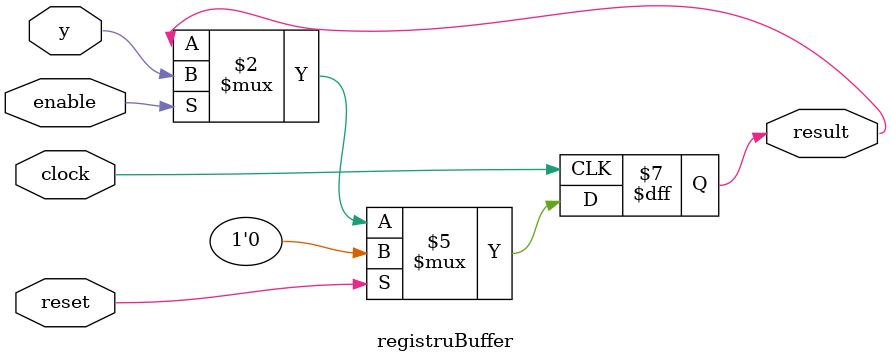
<source format=v>
`timescale 1ns / 1ps


module registruBuffer(y, clock, reset, enable, result);

    input y, clock, reset, enable;
    output reg result;
    
    always @(posedge clock)
    begin
        if (reset)
            result <= 0;
        else if (enable)
            result <= y;
    
    end
endmodule

</source>
